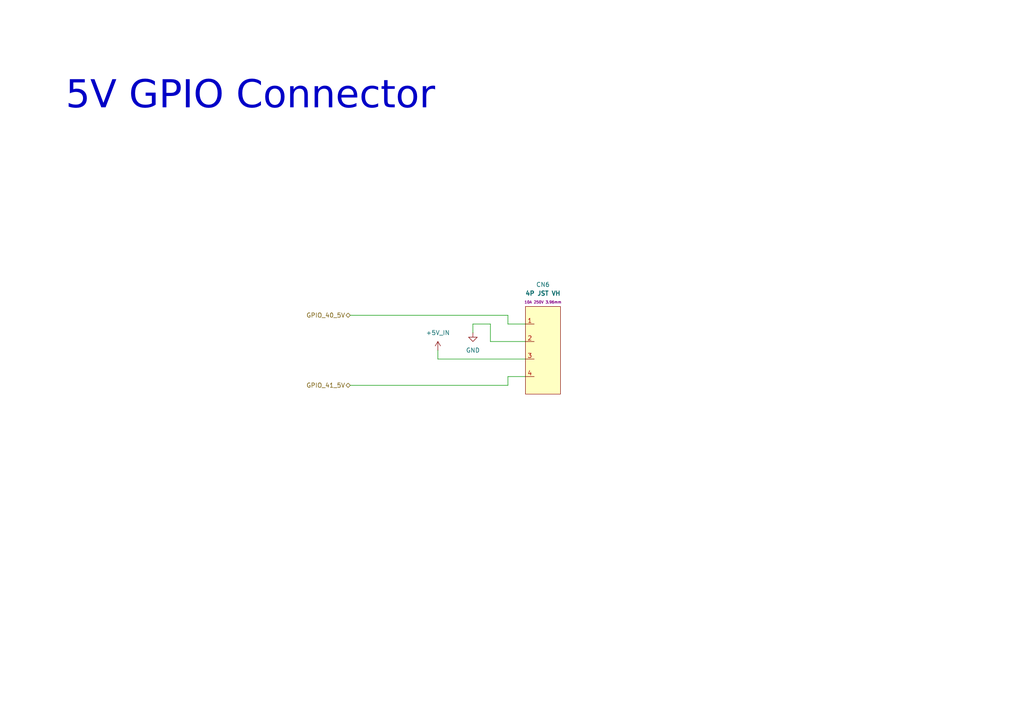
<source format=kicad_sch>
(kicad_sch (version 20231120) (generator "eeschema") (generator_version "8.0")
  (paper "A4")
  (title_block (title "AstraControl - 5V GPIO Connectors") (date "2024-08-26") (rev "A") (company "LiveAstra Technologies"))
  (lib_symbols
    (symbol "LiveAstra:+5V_IN" (power) (pin_numbers hide) (pin_names (offset 0) hide)
      (property "Value" "+5V_IN" (at 0 3.556 0))
      (symbol "+5V_IN_0_1"
        (polyline (pts (xy -0.762 1.27) (xy 0 2.54)))
        (polyline (pts (xy 0 0) (xy 0 2.54)))
        (polyline (pts (xy 0 2.54) (xy 0.762 1.27)))
      )
      (symbol "+5V_IN_1_1"
        (pin power_in line (at 0 0 90) (length 0) (name "~") (number "1"))
      )
    )
    (symbol "LiveAstra:JST_VH_4PIN_10A_250V" (pin_names hide)
      (property "Reference" "CN" (at 0 19.05 0))
      (property "Value" "4P JST VH" (at 0 16.51 0))
      (property "Extra Values" "10A 250V 3.96mm" (at 0 13.97 0))
      (symbol "JST_VH_4PIN_10A_250V_0_1"
        (rectangle (start -5.08 12.7) (end 5.08 -12.7) (fill (type background)))
      )
      (symbol "JST_VH_4PIN_10A_250V_1_1"
        (pin passive line (at -5.08 7.62 0) (length 2.54) (name "1") (number "1"))
        (pin passive line (at -5.08 2.54 0) (length 2.54) (name "2") (number "2"))
        (pin passive line (at -5.08 -2.54 0) (length 2.54) (name "3") (number "3"))
        (pin passive line (at -5.08 -7.62 0) (length 2.54) (name "4") (number "4"))
      )
    )
    (symbol "power:GND" (power) (pin_numbers hide) (pin_names (offset 0) hide)
      (property "Value" "GND" (at 0 -3.81 0))
      (symbol "GND_0_1"
        (polyline (pts (xy 0 0) (xy 0 -1.27) (xy 1.27 -1.27) (xy 0 -2.54) (xy -1.27 -1.27) (xy 0 -1.27)))
      )
      (symbol "GND_1_1"
        (pin power_in line (at 0 0 270) (length 0) (name "~") (number "1"))
      )
    )
  )
  (wire (pts (xy 137.16 93.98) (xy 142.24 93.98)))
  (wire (pts (xy 142.24 99.06) (xy 152.4 99.06)))
  (wire (pts (xy 101.6 91.44) (xy 147.32 91.44)))
  (wire (pts (xy 147.32 111.76) (xy 147.32 109.22)))
  (wire (pts (xy 127 104.14) (xy 152.4 104.14)))
  (wire (pts (xy 137.16 93.98) (xy 137.16 96.52)))
  (wire (pts (xy 147.32 109.22) (xy 152.4 109.22)))
  (wire (pts (xy 127 101.6) (xy 127 104.14)))
  (wire (pts (xy 147.32 93.98) (xy 152.4 93.98)))
  (wire (pts (xy 101.6 111.76) (xy 147.32 111.76)))
  (wire (pts (xy 142.24 93.98) (xy 142.24 99.06)))
  (wire (pts (xy 147.32 91.44) (xy 147.32 93.98)))
  (text "5V GPIO Connector" (at 19.05 25.4 0) (effects (font (size 8 8)) (justify left top)))
  (hierarchical_label "GPIO_40_5V" (shape bidirectional) (at 101.6 91.44 180))
  (hierarchical_label "GPIO_41_5V" (shape bidirectional) (at 101.6 111.76 180))
  (symbol (lib_id "power:GND") (at 137.16 96.52 0) (unit 1)
    (property "Reference" "#PWR083" (effects (hide yes)))
    (property "Value" "GND" (at 137.16 101.6 0))
    (property "Description" "Power symbol creates a global label with name \"GND\" , ground" (effects (hide yes)))
  )
  (symbol (lib_id "LiveAstra:JST_VH_4PIN_10A_250V") (at 157.48 101.6 0) (unit 1)
    (property "Reference" "CN6" (at 157.48 82.55 0))
    (property "Value" "4P JST VH" (at 157.48 85.09 0) (effects (font (bold yes))))
    (property "Footprint" "LiveAstra:JST_VH_B4P-VH-B_1x04_P3.96mm_Vertical" (effects (hide yes)))
    (property "Datasheet" "https://lcsc.com/product-detail/_JST_B4P-VH-LF-SN_B4P-VH-LF-SN_C160317.html" (effects (hide yes)))
    (property "Description" "1x4P 4P VH Tin 4 -25℃~+85℃ 10A 1 3.96mm Brass Direct Insert Plugin,P=3.96mm Wire To Board Connector ROHS" (effects (hide yes)))
    (property "LCSC Part" "C160317" (effects (hide yes)))
    (property "Extra Values" "10A 250V 3.96mm" (at 157.48 87.63 0) (effects (font (size 0.762 0.762) (bold yes))))
    (property "MFN" "JST" (effects (hide yes)))
    (property "MPN" "B4P-VH(LF)(SN)" (effects (hide yes)))
  )
  (symbol (lib_id "LiveAstra:+5V_IN") (at 127 101.6 0) (unit 1)
    (property "Reference" "#PWR082" (effects (hide yes)))
    (property "Value" "+5V_IN" (at 127 96.52 0))
    (property "Description" "Power symbol creates a global label with name \"+5V_IN\"" (effects (hide yes)))
  )
)
</source>
